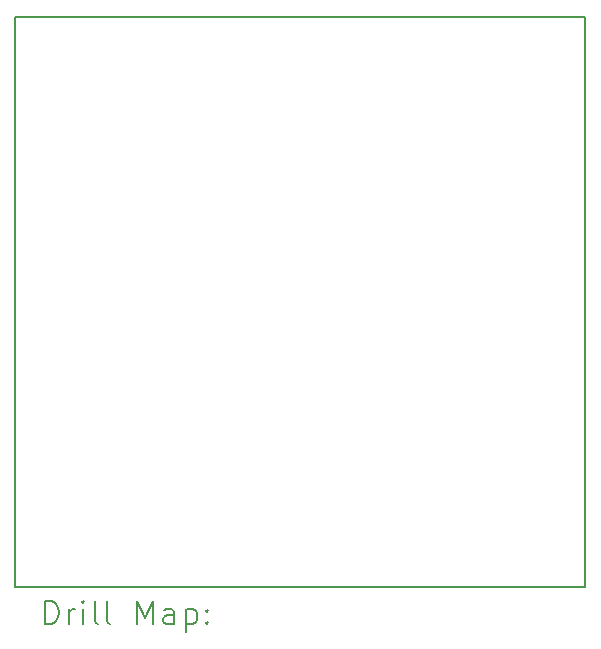
<source format=gbr>
%TF.GenerationSoftware,KiCad,Pcbnew,7.0.7*%
%TF.CreationDate,2024-02-28T11:46:21+01:00*%
%TF.ProjectId,brick_test,62726963-6b5f-4746-9573-742e6b696361,rev?*%
%TF.SameCoordinates,Original*%
%TF.FileFunction,Drillmap*%
%TF.FilePolarity,Positive*%
%FSLAX45Y45*%
G04 Gerber Fmt 4.5, Leading zero omitted, Abs format (unit mm)*
G04 Created by KiCad (PCBNEW 7.0.7) date 2024-02-28 11:46:21*
%MOMM*%
%LPD*%
G01*
G04 APERTURE LIST*
%ADD10C,0.200000*%
G04 APERTURE END LIST*
D10*
X2794000Y-2794000D02*
X7620000Y-2794000D01*
X7620000Y-7620000D01*
X2794000Y-7620000D01*
X2794000Y-2794000D01*
X3044777Y-7941484D02*
X3044777Y-7741484D01*
X3044777Y-7741484D02*
X3092396Y-7741484D01*
X3092396Y-7741484D02*
X3120967Y-7751008D01*
X3120967Y-7751008D02*
X3140015Y-7770055D01*
X3140015Y-7770055D02*
X3149539Y-7789103D01*
X3149539Y-7789103D02*
X3159062Y-7827198D01*
X3159062Y-7827198D02*
X3159062Y-7855769D01*
X3159062Y-7855769D02*
X3149539Y-7893865D01*
X3149539Y-7893865D02*
X3140015Y-7912912D01*
X3140015Y-7912912D02*
X3120967Y-7931960D01*
X3120967Y-7931960D02*
X3092396Y-7941484D01*
X3092396Y-7941484D02*
X3044777Y-7941484D01*
X3244777Y-7941484D02*
X3244777Y-7808150D01*
X3244777Y-7846246D02*
X3254301Y-7827198D01*
X3254301Y-7827198D02*
X3263824Y-7817674D01*
X3263824Y-7817674D02*
X3282872Y-7808150D01*
X3282872Y-7808150D02*
X3301920Y-7808150D01*
X3368586Y-7941484D02*
X3368586Y-7808150D01*
X3368586Y-7741484D02*
X3359062Y-7751008D01*
X3359062Y-7751008D02*
X3368586Y-7760531D01*
X3368586Y-7760531D02*
X3378110Y-7751008D01*
X3378110Y-7751008D02*
X3368586Y-7741484D01*
X3368586Y-7741484D02*
X3368586Y-7760531D01*
X3492396Y-7941484D02*
X3473348Y-7931960D01*
X3473348Y-7931960D02*
X3463824Y-7912912D01*
X3463824Y-7912912D02*
X3463824Y-7741484D01*
X3597158Y-7941484D02*
X3578110Y-7931960D01*
X3578110Y-7931960D02*
X3568586Y-7912912D01*
X3568586Y-7912912D02*
X3568586Y-7741484D01*
X3825729Y-7941484D02*
X3825729Y-7741484D01*
X3825729Y-7741484D02*
X3892396Y-7884341D01*
X3892396Y-7884341D02*
X3959062Y-7741484D01*
X3959062Y-7741484D02*
X3959062Y-7941484D01*
X4140015Y-7941484D02*
X4140015Y-7836722D01*
X4140015Y-7836722D02*
X4130491Y-7817674D01*
X4130491Y-7817674D02*
X4111443Y-7808150D01*
X4111443Y-7808150D02*
X4073348Y-7808150D01*
X4073348Y-7808150D02*
X4054301Y-7817674D01*
X4140015Y-7931960D02*
X4120967Y-7941484D01*
X4120967Y-7941484D02*
X4073348Y-7941484D01*
X4073348Y-7941484D02*
X4054301Y-7931960D01*
X4054301Y-7931960D02*
X4044777Y-7912912D01*
X4044777Y-7912912D02*
X4044777Y-7893865D01*
X4044777Y-7893865D02*
X4054301Y-7874817D01*
X4054301Y-7874817D02*
X4073348Y-7865293D01*
X4073348Y-7865293D02*
X4120967Y-7865293D01*
X4120967Y-7865293D02*
X4140015Y-7855769D01*
X4235253Y-7808150D02*
X4235253Y-8008150D01*
X4235253Y-7817674D02*
X4254301Y-7808150D01*
X4254301Y-7808150D02*
X4292396Y-7808150D01*
X4292396Y-7808150D02*
X4311444Y-7817674D01*
X4311444Y-7817674D02*
X4320967Y-7827198D01*
X4320967Y-7827198D02*
X4330491Y-7846246D01*
X4330491Y-7846246D02*
X4330491Y-7903388D01*
X4330491Y-7903388D02*
X4320967Y-7922436D01*
X4320967Y-7922436D02*
X4311444Y-7931960D01*
X4311444Y-7931960D02*
X4292396Y-7941484D01*
X4292396Y-7941484D02*
X4254301Y-7941484D01*
X4254301Y-7941484D02*
X4235253Y-7931960D01*
X4416205Y-7922436D02*
X4425729Y-7931960D01*
X4425729Y-7931960D02*
X4416205Y-7941484D01*
X4416205Y-7941484D02*
X4406682Y-7931960D01*
X4406682Y-7931960D02*
X4416205Y-7922436D01*
X4416205Y-7922436D02*
X4416205Y-7941484D01*
X4416205Y-7817674D02*
X4425729Y-7827198D01*
X4425729Y-7827198D02*
X4416205Y-7836722D01*
X4416205Y-7836722D02*
X4406682Y-7827198D01*
X4406682Y-7827198D02*
X4416205Y-7817674D01*
X4416205Y-7817674D02*
X4416205Y-7836722D01*
M02*

</source>
